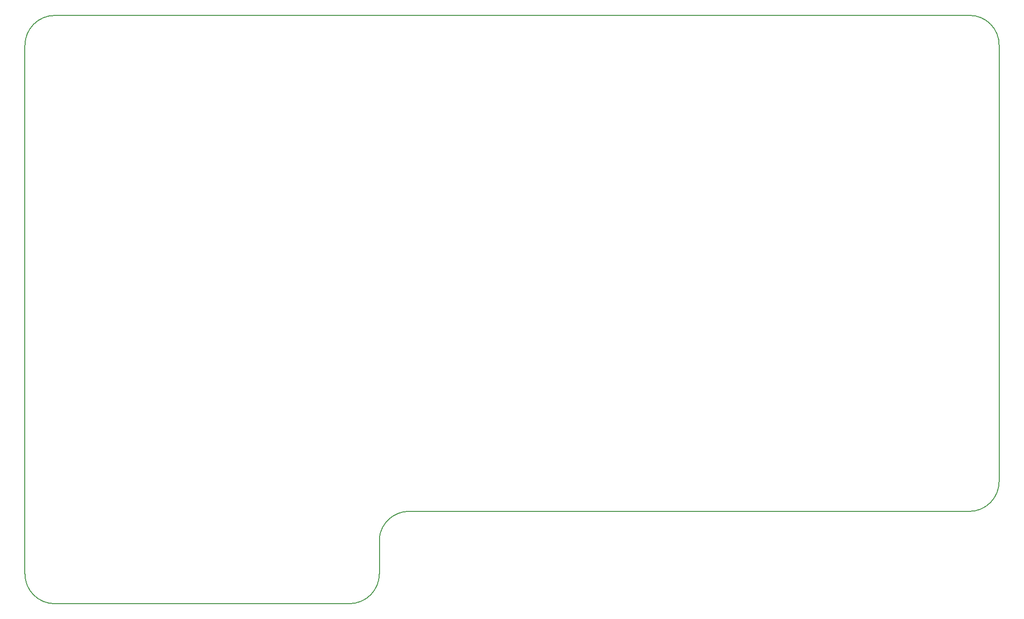
<source format=gbr>
%TF.GenerationSoftware,KiCad,Pcbnew,9.0.0*%
%TF.CreationDate,2025-04-18T21:36:22+02:00*%
%TF.ProjectId,MacroDecKnob,4d616372-6f44-4656-934b-6e6f622e6b69,rev?*%
%TF.SameCoordinates,Original*%
%TF.FileFunction,Profile,NP*%
%FSLAX46Y46*%
G04 Gerber Fmt 4.6, Leading zero omitted, Abs format (unit mm)*
G04 Created by KiCad (PCBNEW 9.0.0) date 2025-04-18 21:36:22*
%MOMM*%
%LPD*%
G01*
G04 APERTURE LIST*
%TA.AperFunction,Profile*%
%ADD10C,0.200000*%
%TD*%
G04 APERTURE END LIST*
D10*
X60700000Y-141750000D02*
X114194007Y-141741010D01*
X60698562Y-141750000D02*
G75*
G02*
X55275003Y-136331496I-10012J5413540D01*
G01*
X55275000Y-124984400D02*
X55275000Y-136331476D01*
X226787120Y-34801059D02*
G75*
G02*
X232155948Y-40233881I9880J-5359441D01*
G01*
X232156000Y-119531987D02*
X232156000Y-40233882D01*
X55275000Y-124984400D02*
X55275000Y-40250000D01*
X124963774Y-124949618D02*
X226725007Y-124968006D01*
X60710993Y-34808984D02*
X226787120Y-34801059D01*
X232156000Y-119531987D02*
G75*
G02*
X226725007Y-124968007I-5426000J-10013D01*
G01*
X55280000Y-40244997D02*
G75*
G02*
X60710993Y-34808993I5426000J9997D01*
G01*
X119625000Y-136304997D02*
G75*
G02*
X114194007Y-141741007I-5426000J-10003D01*
G01*
X119625000Y-136304997D02*
X119625000Y-129769865D01*
X119625128Y-129769880D02*
G75*
G02*
X124969308Y-124949597I5423872J-640720D01*
G01*
M02*

</source>
